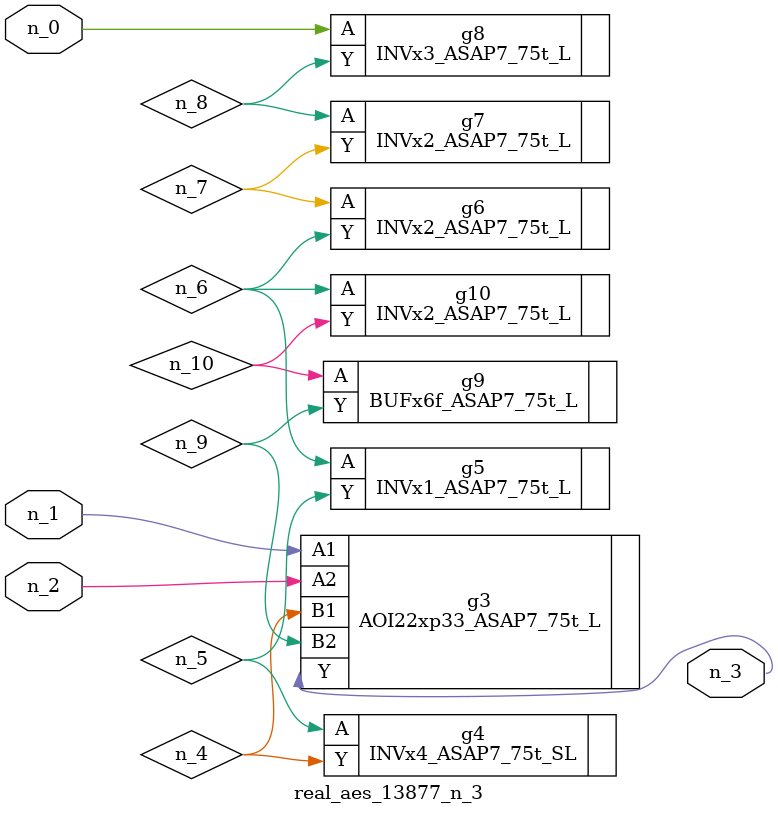
<source format=v>
module real_aes_13877_n_3 (n_0, n_2, n_1, n_3);
input n_0;
input n_2;
input n_1;
output n_3;
wire n_4;
wire n_5;
wire n_7;
wire n_9;
wire n_6;
wire n_8;
wire n_10;
INVx3_ASAP7_75t_L g8 ( .A(n_0), .Y(n_8) );
AOI22xp33_ASAP7_75t_L g3 ( .A1(n_1), .A2(n_2), .B1(n_4), .B2(n_9), .Y(n_3) );
INVx4_ASAP7_75t_SL g4 ( .A(n_5), .Y(n_4) );
INVx1_ASAP7_75t_L g5 ( .A(n_6), .Y(n_5) );
INVx2_ASAP7_75t_L g10 ( .A(n_6), .Y(n_10) );
INVx2_ASAP7_75t_L g6 ( .A(n_7), .Y(n_6) );
INVx2_ASAP7_75t_L g7 ( .A(n_8), .Y(n_7) );
BUFx6f_ASAP7_75t_L g9 ( .A(n_10), .Y(n_9) );
endmodule
</source>
